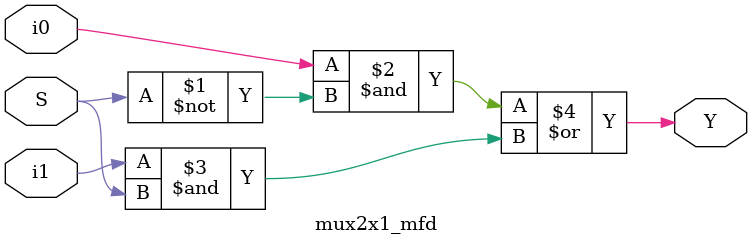
<source format=v>

module mux2x1_mfd(i0, i1, S, Y);
    input i0, i1, S;
    output Y;

    assign Y = (i0 & ~S) | (i1 & S);
endmodule
</source>
